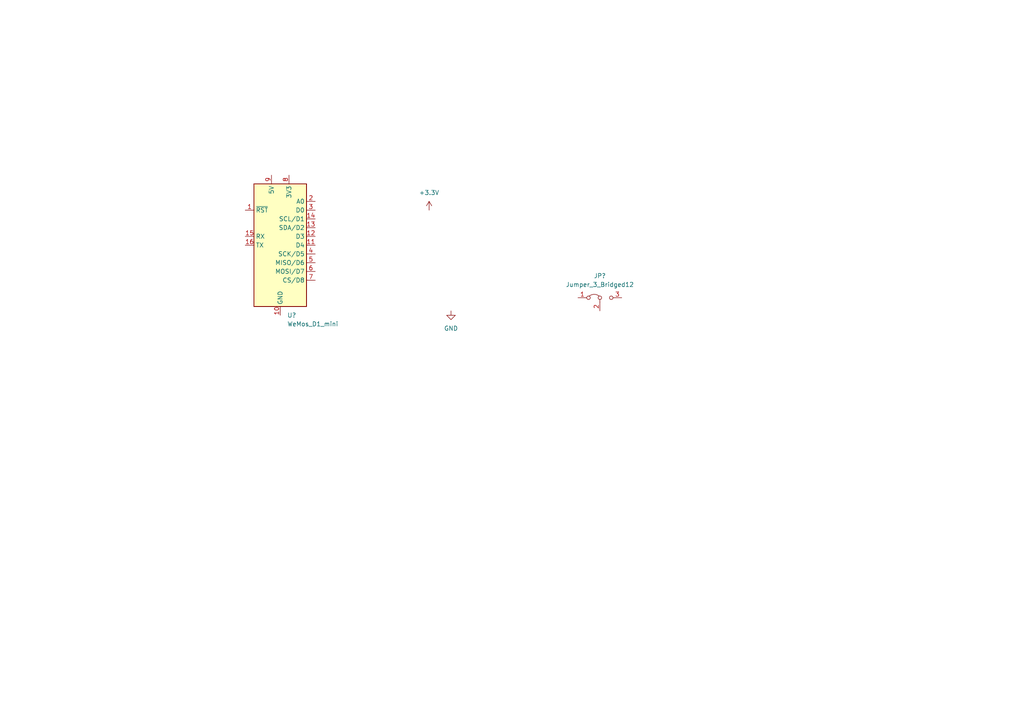
<source format=kicad_sch>
(kicad_sch (version 20211123) (generator eeschema)
  (paper "A4")
  (lib_symbols
    (symbol "Jumper:Jumper_3_Bridged12" (pin_names (offset 0) hide)
      (property "Reference" "JP" (at -2.54 -2.54 0))
      (property "Value" "Jumper_3_Bridged12" (at 0 2.794 0))
      (symbol "Jumper_3_Bridged12_0_0"
        (circle (center -3.302 0) (radius 0.508))
        (circle (center 0 0) (radius 0.508))
        (circle (center 3.302 0) (radius 0.508))
      )
      (symbol "Jumper_3_Bridged12_0_1"
        (arc (start -0.254 0.508) (mid -1.651 0.9912) (end -3.048 0.508))
        (polyline (pts (xy 0 -1.27) (xy 0 -0.508)))
      )
      (symbol "Jumper_3_Bridged12_1_1"
        (pin passive line (at -6.35 0 0) (length 2.54) (name "A") (number "1"))
        (pin passive line (at 0 -3.81 90) (length 2.54) (name "C") (number "2"))
        (pin passive line (at 6.35 0 180) (length 2.54) (name "B") (number "3"))
      )
    )
    (symbol "MCU_Module:WeMos_D1_mini"
      (property "Reference" "U" (at 3.81 19.05 0))
      (property "Value" "WeMos_D1_mini" (at 1.27 -19.05 0))
      (symbol "WeMos_D1_mini_1_1"
        (rectangle (start -7.62 17.78) (end 7.62 -17.78) (stroke (width 0.254)) (fill (type background)))
        (pin input line (at -10.16 10.16 0) (length 2.54) (name "~{RST}") (number "1"))
        (pin power_in line (at 0 -20.32 90) (length 2.54) (name "GND") (number "10"))
        (pin bidirectional line (at 10.16 0 180) (length 2.54) (name "D4") (number "11"))
        (pin bidirectional line (at 10.16 2.54 180) (length 2.54) (name "D3") (number "12"))
        (pin bidirectional line (at 10.16 5.08 180) (length 2.54) (name "SDA/D2") (number "13"))
        (pin bidirectional line (at 10.16 7.62 180) (length 2.54) (name "SCL/D1") (number "14"))
        (pin input line (at -10.16 2.54 0) (length 2.54) (name "RX") (number "15"))
        (pin output line (at -10.16 0 0) (length 2.54) (name "TX") (number "16"))
        (pin input line (at 10.16 12.7 180) (length 2.54) (name "A0") (number "2"))
        (pin bidirectional line (at 10.16 10.16 180) (length 2.54) (name "D0") (number "3"))
        (pin bidirectional line (at 10.16 -2.54 180) (length 2.54) (name "SCK/D5") (number "4"))
        (pin bidirectional line (at 10.16 -5.08 180) (length 2.54) (name "MISO/D6") (number "5"))
        (pin bidirectional line (at 10.16 -7.62 180) (length 2.54) (name "MOSI/D7") (number "6"))
        (pin bidirectional line (at 10.16 -10.16 180) (length 2.54) (name "CS/D8") (number "7"))
        (pin power_out line (at 2.54 20.32 270) (length 2.54) (name "3V3") (number "8"))
        (pin power_in line (at -2.54 20.32 270) (length 2.54) (name "5V") (number "9"))
      )
    )
    (symbol "power:+3.3V" (power) (pin_names (offset 0))
      (property "Value" "+3.3V" (at 0 3.556 0))
      (symbol "+3.3V_0_1"
        (polyline (pts (xy -0.762 1.27) (xy 0 2.54)))
        (polyline (pts (xy 0 0) (xy 0 2.54)))
        (polyline (pts (xy 0 2.54) (xy 0.762 1.27)))
      )
      (symbol "+3.3V_1_1"
        (pin power_in line (at 0 0 90) (length 0) hide (name "+3.3V") (number "1"))
      )
    )
    (symbol "power:GND" (power) (pin_names (offset 0))
      (property "Value" "GND" (at 0 -3.81 0))
      (symbol "GND_0_1"
        (polyline (pts (xy 0 0) (xy 0 -1.27) (xy 1.27 -1.27) (xy 0 -2.54) (xy -1.27 -1.27) (xy 0 -1.27)))
      )
      (symbol "GND_1_1"
        (pin power_in line (at 0 0 270) (length 0) hide (name "GND") (number "1"))
      )
    )
  )
  (symbol (lib_id "power:GND") (at 130.81 90.17 0) (unit 1)
    (property "Reference" "#PWR?" (effects hide))
    (property "Value" "GND" (at 130.81 95.25 0))
  )
  (symbol (lib_id "MCU_Module:WeMos_D1_mini") (at 81.28 71.12 0) (unit 1)
    (property "Reference" "U?" (at 83.2994 91.44 0) (effects (justify left)))
    (property "Value" "WeMos_D1_mini" (at 83.2994 93.98 0) (effects (justify left)))
    (property "Footprint" "Module:WEMOS_D1_mini_light" (effects hide))
    (property "Datasheet" "https://wiki.wemos.cc/products:d1:d1_mini#documentation" (effects hide))
  )
  (symbol (lib_id "Jumper:Jumper_3_Bridged12") (at 173.99 86.36 0) (unit 1)
    (property "Reference" "JP?" (at 173.99 80.01 0))
    (property "Value" "Jumper_3_Bridged12" (at 173.99 82.55 0))
  )
  (symbol (lib_id "power:+3.3V") (at 124.46 60.96 0) (unit 1)
    (property "Reference" "#PWR?" (effects hide))
    (property "Value" "+3.3V" (at 124.46 55.88 0))
  )
)
</source>
